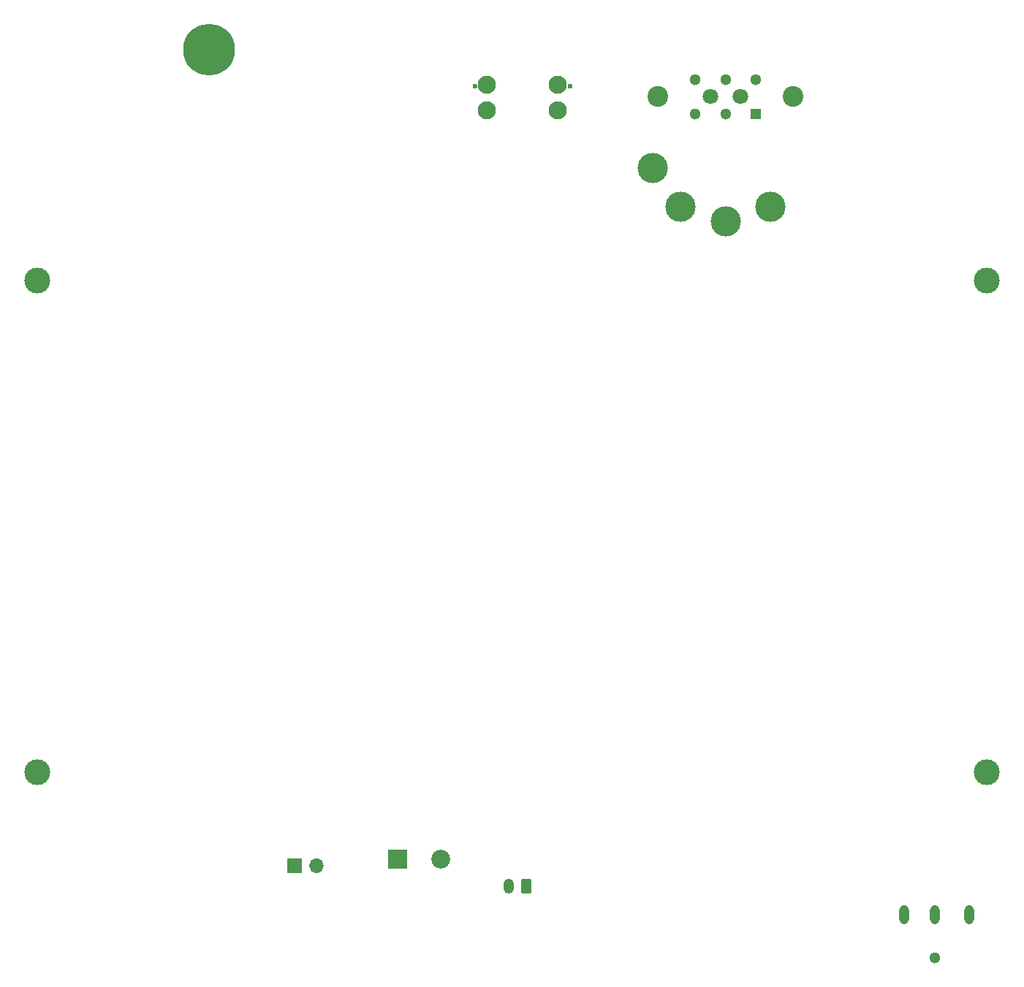
<source format=gbr>
%TF.GenerationSoftware,KiCad,Pcbnew,9.0.0*%
%TF.CreationDate,2025-03-07T13:19:33+01:00*%
%TF.ProjectId,Flatburn_V4,466c6174-6275-4726-9e5f-56342e6b6963,1*%
%TF.SameCoordinates,Original*%
%TF.FileFunction,Soldermask,Bot*%
%TF.FilePolarity,Negative*%
%FSLAX46Y46*%
G04 Gerber Fmt 4.6, Leading zero omitted, Abs format (unit mm)*
G04 Created by KiCad (PCBNEW 9.0.0) date 2025-03-07 13:19:33*
%MOMM*%
%LPD*%
G01*
G04 APERTURE LIST*
G04 Aperture macros list*
%AMRoundRect*
0 Rectangle with rounded corners*
0 $1 Rounding radius*
0 $2 $3 $4 $5 $6 $7 $8 $9 X,Y pos of 4 corners*
0 Add a 4 corners polygon primitive as box body*
4,1,4,$2,$3,$4,$5,$6,$7,$8,$9,$2,$3,0*
0 Add four circle primitives for the rounded corners*
1,1,$1+$1,$2,$3*
1,1,$1+$1,$4,$5*
1,1,$1+$1,$6,$7*
1,1,$1+$1,$8,$9*
0 Add four rect primitives between the rounded corners*
20,1,$1+$1,$2,$3,$4,$5,0*
20,1,$1+$1,$4,$5,$6,$7,0*
20,1,$1+$1,$6,$7,$8,$9,0*
20,1,$1+$1,$8,$9,$2,$3,0*%
G04 Aperture macros list end*
%ADD10C,3.000000*%
%ADD11C,3.500000*%
%ADD12C,0.600000*%
%ADD13C,2.100000*%
%ADD14R,1.700000X1.700000*%
%ADD15O,1.700000X1.700000*%
%ADD16C,1.300000*%
%ADD17O,1.108000X2.216000*%
%ADD18R,2.175000X2.175000*%
%ADD19C,2.175000*%
%ADD20RoundRect,0.250000X0.350000X0.625000X-0.350000X0.625000X-0.350000X-0.625000X0.350000X-0.625000X0*%
%ADD21O,1.200000X1.750000*%
%ADD22C,2.400000*%
%ADD23C,1.800000*%
%ADD24R,1.300000X1.300000*%
%ADD25C,6.000000*%
G04 APERTURE END LIST*
D10*
%TO.C,MH4*%
X70900000Y-128820000D03*
%TD*%
D11*
%TO.C,SW1*%
X150626207Y-121909997D03*
X145399612Y-120215807D03*
X142167028Y-115773063D03*
X155850431Y-120208511D03*
%TD*%
D12*
%TO.C,J3*%
X121600000Y-106310000D03*
X132600000Y-106310000D03*
D13*
X123000000Y-106140000D03*
X131200000Y-106140000D03*
X131200000Y-109080000D03*
X123000000Y-109080000D03*
%TD*%
D14*
%TO.C,J8*%
X100660000Y-196620000D03*
D15*
X103200000Y-196620000D03*
%TD*%
D10*
%TO.C,MH3*%
X70900000Y-185820000D03*
%TD*%
D16*
%TO.C,J2*%
X174830000Y-207300000D03*
D17*
X178830000Y-202300000D03*
X174830000Y-202300000D03*
X171330000Y-202300000D03*
%TD*%
D18*
%TO.C,J4*%
X112645000Y-195820000D03*
D19*
X117645000Y-195820000D03*
%TD*%
D20*
%TO.C,J1*%
X127530000Y-199000000D03*
D21*
X125530000Y-199000000D03*
%TD*%
D10*
%TO.C,MH1*%
X180900000Y-128820000D03*
%TD*%
%TO.C,MH2*%
X180900000Y-185820000D03*
%TD*%
D22*
%TO.C,SW2*%
X158460000Y-107490000D03*
D23*
X152360000Y-107490000D03*
X148860000Y-107490000D03*
D22*
X142760000Y-107490000D03*
D24*
X154110000Y-109490000D03*
D16*
X150610000Y-109490000D03*
X147110000Y-109490000D03*
X154110000Y-105490000D03*
X150610000Y-105490000D03*
X147110000Y-105490000D03*
%TD*%
D25*
%TO.C,OBJ1*%
X90810000Y-102030000D03*
%TD*%
M02*

</source>
